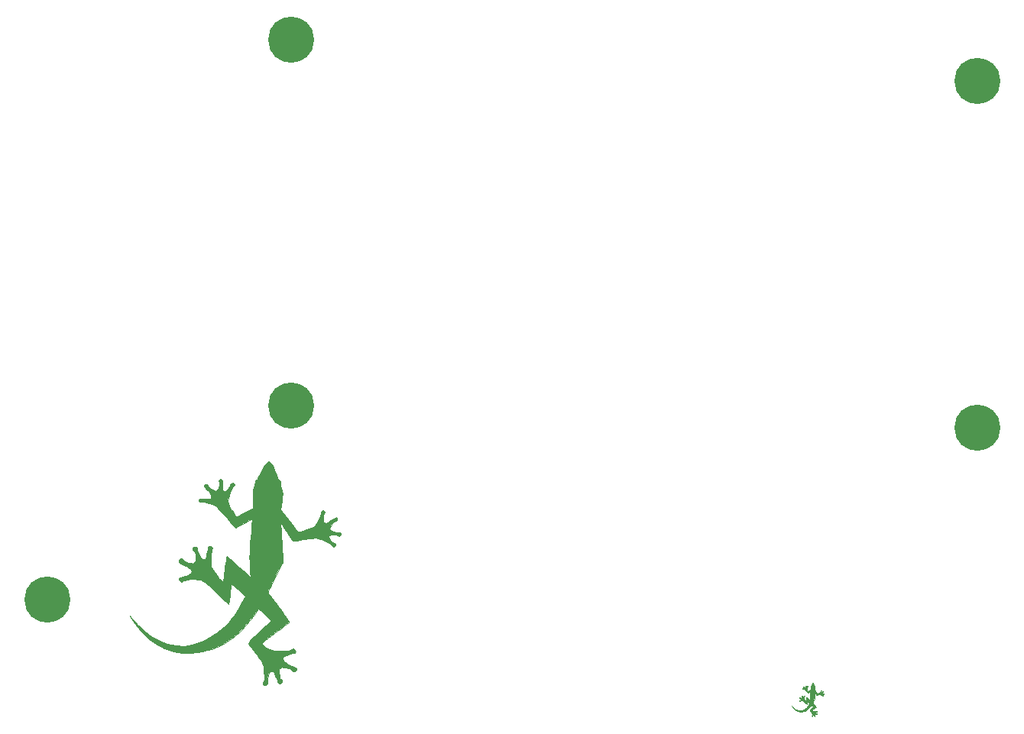
<source format=gts>
G04 #@! TF.GenerationSoftware,KiCad,Pcbnew,(6.0.11-0)*
G04 #@! TF.CreationDate,2023-05-27T14:14:42+01:00*
G04 #@! TF.ProjectId,SofleKeyboardBottomPlate,536f666c-654b-4657-9962-6f617264426f,rev?*
G04 #@! TF.SameCoordinates,Original*
G04 #@! TF.FileFunction,Soldermask,Top*
G04 #@! TF.FilePolarity,Negative*
%FSLAX46Y46*%
G04 Gerber Fmt 4.6, Leading zero omitted, Abs format (unit mm)*
G04 Created by KiCad (PCBNEW (6.0.11-0)) date 2023-05-27 14:14:42*
%MOMM*%
%LPD*%
G01*
G04 APERTURE LIST*
%ADD10C,0.010000*%
%ADD11C,5.100000*%
G04 APERTURE END LIST*
G36*
X188561318Y-128964032D02*
G01*
X188589566Y-129008878D01*
X188620606Y-129078368D01*
X188634278Y-129113363D01*
X188656844Y-129169544D01*
X188677741Y-129215842D01*
X188694739Y-129247691D01*
X188705612Y-129260526D01*
X188706125Y-129260595D01*
X188717513Y-129272147D01*
X188721992Y-129303160D01*
X188722000Y-129304792D01*
X188726997Y-129346612D01*
X188739270Y-129391809D01*
X188741708Y-129398243D01*
X188750080Y-129422436D01*
X188754426Y-129447074D01*
X188754778Y-129478171D01*
X188751165Y-129521743D01*
X188743616Y-129583805D01*
X188742658Y-129591171D01*
X188723898Y-129734841D01*
X188864872Y-129919995D01*
X188909855Y-129979074D01*
X188949325Y-130030909D01*
X188980787Y-130072224D01*
X189001748Y-130099744D01*
X189009674Y-130110143D01*
X189023704Y-130110137D01*
X189055604Y-130103278D01*
X189099384Y-130091427D01*
X189149058Y-130076447D01*
X189198637Y-130060200D01*
X189242132Y-130044549D01*
X189273556Y-130031356D01*
X189285376Y-130024398D01*
X189306102Y-129998792D01*
X189330849Y-129957920D01*
X189355846Y-129909484D01*
X189377324Y-129861187D01*
X189391511Y-129820730D01*
X189395100Y-129800268D01*
X189403261Y-129771887D01*
X189422639Y-129758151D01*
X189445574Y-129763704D01*
X189449610Y-129767230D01*
X189457711Y-129785419D01*
X189448756Y-129806844D01*
X189439490Y-129834125D01*
X189433922Y-129874532D01*
X189433200Y-129894571D01*
X189436946Y-129938386D01*
X189449701Y-129962353D01*
X189473732Y-129966956D01*
X189511311Y-129952678D01*
X189561845Y-129921918D01*
X189606550Y-129892694D01*
X189635006Y-129876692D01*
X189651757Y-129872548D01*
X189661347Y-129878898D01*
X189666832Y-129890396D01*
X189668613Y-129918223D01*
X189649343Y-129932436D01*
X189636717Y-129933700D01*
X189614223Y-129943822D01*
X189586807Y-129969034D01*
X189560696Y-130001604D01*
X189542118Y-130033800D01*
X189537172Y-130057289D01*
X189550575Y-130075955D01*
X189578790Y-130096072D01*
X189613392Y-130113490D01*
X189645955Y-130124061D01*
X189668055Y-130123635D01*
X189669715Y-130122560D01*
X189691588Y-130116743D01*
X189714269Y-130124223D01*
X189725097Y-130140685D01*
X189725105Y-130141433D01*
X189716737Y-130171269D01*
X189695707Y-130181722D01*
X189676950Y-130176311D01*
X189644941Y-130166136D01*
X189604157Y-130161960D01*
X189563043Y-130163474D01*
X189530045Y-130170373D01*
X189513648Y-130182245D01*
X189517824Y-130201525D01*
X189535994Y-130229735D01*
X189562145Y-130260156D01*
X189590265Y-130286069D01*
X189614341Y-130300755D01*
X189620810Y-130302000D01*
X189633501Y-130310785D01*
X189633970Y-130330531D01*
X189624464Y-130351321D01*
X189607228Y-130363239D01*
X189606924Y-130363299D01*
X189584724Y-130357040D01*
X189577287Y-130342805D01*
X189563162Y-130326503D01*
X189531302Y-130304374D01*
X189487773Y-130279464D01*
X189438638Y-130254819D01*
X189389963Y-130233484D01*
X189347813Y-130218507D01*
X189318696Y-130212933D01*
X189295049Y-130214720D01*
X189251811Y-130219741D01*
X189194485Y-130227294D01*
X189128573Y-130236677D01*
X189105794Y-130240069D01*
X189041186Y-130249436D01*
X188986188Y-130256728D01*
X188945344Y-130261395D01*
X188923198Y-130262888D01*
X188920582Y-130262461D01*
X188912850Y-130250453D01*
X188894297Y-130220898D01*
X188867459Y-130177852D01*
X188834868Y-130125373D01*
X188824033Y-130107887D01*
X188790281Y-130054209D01*
X188761348Y-130009739D01*
X188739750Y-129978227D01*
X188728004Y-129963425D01*
X188726718Y-129962847D01*
X188726221Y-129976252D01*
X188727225Y-130011575D01*
X188729569Y-130065393D01*
X188733092Y-130134278D01*
X188737630Y-130214805D01*
X188742195Y-130290310D01*
X188762293Y-130613150D01*
X188634235Y-130858899D01*
X188597146Y-130931453D01*
X188565074Y-130996857D01*
X188539605Y-131051654D01*
X188522321Y-131092389D01*
X188514808Y-131115605D01*
X188514914Y-131119249D01*
X188524650Y-131133371D01*
X188547103Y-131164880D01*
X188580019Y-131210643D01*
X188621142Y-131267531D01*
X188668217Y-131332410D01*
X188692930Y-131366386D01*
X188741738Y-131433707D01*
X188785293Y-131494305D01*
X188821431Y-131545125D01*
X188847987Y-131583114D01*
X188862797Y-131605217D01*
X188865128Y-131609381D01*
X188856186Y-131619580D01*
X188829520Y-131642363D01*
X188788007Y-131675460D01*
X188734525Y-131716601D01*
X188671953Y-131763513D01*
X188639450Y-131787476D01*
X188573158Y-131836368D01*
X188514118Y-131880442D01*
X188465304Y-131917436D01*
X188429686Y-131945088D01*
X188410237Y-131961136D01*
X188407524Y-131964032D01*
X188414771Y-131977292D01*
X188438480Y-131998562D01*
X188472775Y-132023763D01*
X188511777Y-132048821D01*
X188549608Y-132069657D01*
X188575950Y-132080839D01*
X188621836Y-132089922D01*
X188687894Y-132094321D01*
X188753750Y-132094175D01*
X188814907Y-132091721D01*
X188856276Y-132087641D01*
X188883462Y-132080895D01*
X188902070Y-132070443D01*
X188907715Y-132065604D01*
X188928302Y-132049050D01*
X188942568Y-132050003D01*
X188956071Y-132061885D01*
X188970095Y-132085517D01*
X188970380Y-132101726D01*
X188964043Y-132121187D01*
X188963300Y-132125488D01*
X188952231Y-132129205D01*
X188925531Y-132130798D01*
X188924777Y-132130800D01*
X188891477Y-132136577D01*
X188848350Y-132151359D01*
X188822393Y-132163161D01*
X188785523Y-132183540D01*
X188767043Y-132200044D01*
X188761813Y-132218357D01*
X188762490Y-132229379D01*
X188770655Y-132252615D01*
X188792454Y-132274699D01*
X188832752Y-132300414D01*
X188837498Y-132303095D01*
X188880395Y-132325607D01*
X188919172Y-132343330D01*
X188940872Y-132351067D01*
X188971086Y-132367217D01*
X188983480Y-132391960D01*
X188974664Y-132418159D01*
X188949736Y-132433852D01*
X188923588Y-132431340D01*
X188906604Y-132411630D01*
X188906580Y-132411557D01*
X188894439Y-132395989D01*
X188866234Y-132383518D01*
X188817350Y-132372119D01*
X188816189Y-132371899D01*
X188771200Y-132364096D01*
X188744146Y-132362285D01*
X188728149Y-132367023D01*
X188716334Y-132378867D01*
X188715418Y-132380067D01*
X188703412Y-132399540D01*
X188698086Y-132421828D01*
X188698776Y-132454397D01*
X188704529Y-132502609D01*
X188713705Y-132543200D01*
X188728434Y-132563337D01*
X188736307Y-132566700D01*
X188752654Y-132576329D01*
X188751173Y-132597066D01*
X188749220Y-132602693D01*
X188730518Y-132629723D01*
X188706584Y-132637086D01*
X188685108Y-132624570D01*
X188675858Y-132604699D01*
X188665533Y-132572443D01*
X188648996Y-132529388D01*
X188638199Y-132503925D01*
X188616494Y-132462148D01*
X188595400Y-132439869D01*
X188576907Y-132432674D01*
X188558938Y-132431182D01*
X188546424Y-132438440D01*
X188535552Y-132459456D01*
X188522509Y-132499235D01*
X188520077Y-132507305D01*
X188508515Y-132553116D01*
X188502396Y-132592470D01*
X188502781Y-132614780D01*
X188500636Y-132642634D01*
X188482993Y-132659417D01*
X188458441Y-132662110D01*
X188435573Y-132647697D01*
X188430613Y-132640133D01*
X188425358Y-132615782D01*
X188437852Y-132599370D01*
X188446811Y-132588222D01*
X188451885Y-132569795D01*
X188453451Y-132539159D01*
X188451886Y-132491383D01*
X188449369Y-132448811D01*
X188445863Y-132398646D01*
X188441217Y-132358358D01*
X188433348Y-132323756D01*
X188420173Y-132290648D01*
X188399611Y-132254843D01*
X188369578Y-132212149D01*
X188327991Y-132158374D01*
X188272767Y-132089327D01*
X188267478Y-132082744D01*
X188235793Y-132044556D01*
X188211581Y-132015072D01*
X188196060Y-131991175D01*
X188190445Y-131969746D01*
X188195952Y-131947667D01*
X188213798Y-131921818D01*
X188245198Y-131889081D01*
X188291368Y-131846338D01*
X188353525Y-131790471D01*
X188396648Y-131751490D01*
X188572946Y-131591215D01*
X188467883Y-131492707D01*
X188425446Y-131453541D01*
X188389790Y-131421801D01*
X188364922Y-131400976D01*
X188355084Y-131394448D01*
X188345540Y-131404630D01*
X188325898Y-131431920D01*
X188299327Y-131471764D01*
X188277966Y-131505224D01*
X188218908Y-131588294D01*
X188144258Y-131676610D01*
X188060686Y-131763183D01*
X187974860Y-131841026D01*
X187907314Y-131893560D01*
X187837594Y-131937960D01*
X187754176Y-131983371D01*
X187665621Y-132025697D01*
X187580488Y-132060837D01*
X187509150Y-132084214D01*
X187423402Y-132102799D01*
X187326572Y-132116921D01*
X187228518Y-132125588D01*
X187139103Y-132127808D01*
X187095867Y-132125816D01*
X186943972Y-132100813D01*
X186797418Y-132052030D01*
X186658297Y-131980877D01*
X186528702Y-131888765D01*
X186410724Y-131777106D01*
X186306454Y-131647309D01*
X186246483Y-131552950D01*
X186217210Y-131502150D01*
X186252446Y-131546600D01*
X186295444Y-131596400D01*
X186350761Y-131654071D01*
X186412775Y-131714340D01*
X186475862Y-131771931D01*
X186534399Y-131821569D01*
X186582763Y-131857981D01*
X186588400Y-131861721D01*
X186714824Y-131930651D01*
X186847971Y-131978911D01*
X186984051Y-132005852D01*
X187119274Y-132010823D01*
X187249851Y-131993173D01*
X187290955Y-131982369D01*
X187370725Y-131953860D01*
X187460993Y-131913771D01*
X187552584Y-131866592D01*
X187636325Y-131816812D01*
X187656337Y-131803550D01*
X187724796Y-131753689D01*
X187786117Y-131701145D01*
X187843341Y-131642288D01*
X187899512Y-131573490D01*
X187957670Y-131491122D01*
X188020859Y-131391556D01*
X188068154Y-131312344D01*
X188142200Y-131186039D01*
X188022525Y-131074936D01*
X187977749Y-131034694D01*
X187940051Y-131003325D01*
X187912951Y-130983572D01*
X187899967Y-130978175D01*
X187899388Y-130978991D01*
X187896936Y-130996795D01*
X187892714Y-131034592D01*
X187887284Y-131087084D01*
X187881212Y-131148971D01*
X187880338Y-131158129D01*
X187864750Y-131322109D01*
X187660948Y-131125576D01*
X187591935Y-131059500D01*
X187537894Y-131009121D01*
X187495920Y-130972089D01*
X187463107Y-130946058D01*
X187436550Y-130928680D01*
X187413343Y-130917608D01*
X187396751Y-130912132D01*
X187351100Y-130904084D01*
X187294559Y-130900868D01*
X187234141Y-130902064D01*
X187176857Y-130907253D01*
X187129719Y-130916016D01*
X187099737Y-130927934D01*
X187097069Y-130930043D01*
X187076436Y-130942646D01*
X187055959Y-130935093D01*
X187052856Y-130932883D01*
X187035131Y-130908751D01*
X187037941Y-130884377D01*
X187058741Y-130868520D01*
X187072151Y-130866509D01*
X187102008Y-130861155D01*
X187142243Y-130848243D01*
X187184479Y-130831207D01*
X187220340Y-130813477D01*
X187241451Y-130798486D01*
X187242921Y-130796536D01*
X187248294Y-130766468D01*
X187228513Y-130734683D01*
X187183754Y-130701400D01*
X187157154Y-130686828D01*
X187113867Y-130665441D01*
X187077190Y-130648466D01*
X187055125Y-130639602D01*
X187036911Y-130623337D01*
X187034380Y-130596868D01*
X187048140Y-130571239D01*
X187073798Y-130556845D01*
X187094716Y-130565471D01*
X187102285Y-130579935D01*
X187117965Y-130597818D01*
X187154654Y-130614069D01*
X187188866Y-130623859D01*
X187232206Y-130634226D01*
X187258495Y-130637600D01*
X187275190Y-130633658D01*
X187289749Y-130622075D01*
X187292523Y-130619347D01*
X187309271Y-130587710D01*
X187315718Y-130543250D01*
X187312215Y-130496065D01*
X187299112Y-130456249D01*
X187286287Y-130439664D01*
X187264269Y-130410124D01*
X187266407Y-130381306D01*
X187275270Y-130369509D01*
X187297803Y-130360544D01*
X187322280Y-130366461D01*
X187336943Y-130383549D01*
X187337698Y-130389206D01*
X187342561Y-130410947D01*
X187355284Y-130447628D01*
X187372274Y-130489325D01*
X187392313Y-130532297D01*
X187408211Y-130556435D01*
X187424327Y-130566838D01*
X187440115Y-130568700D01*
X187459407Y-130566006D01*
X187473029Y-130554183D01*
X187485163Y-130527615D01*
X187496165Y-130493438D01*
X187507289Y-130448956D01*
X187512745Y-130410878D01*
X187512022Y-130391672D01*
X187514827Y-130364694D01*
X187533511Y-130348385D01*
X187559304Y-130347270D01*
X187577058Y-130358115D01*
X187590503Y-130378616D01*
X187583508Y-130401045D01*
X187581926Y-130403632D01*
X187573985Y-130430301D01*
X187568677Y-130478609D01*
X187566369Y-130544894D01*
X187566300Y-130560131D01*
X187566300Y-130691608D01*
X187664458Y-130827758D01*
X187700263Y-130877889D01*
X187727070Y-130913877D01*
X187746623Y-130934241D01*
X187760662Y-130937498D01*
X187770930Y-130922168D01*
X187779169Y-130886767D01*
X187787120Y-130829814D01*
X187796526Y-130749826D01*
X187801023Y-130711575D01*
X187809427Y-130644901D01*
X187817476Y-130588172D01*
X187824487Y-130545697D01*
X187829776Y-130521783D01*
X187831708Y-130518104D01*
X187843028Y-130526297D01*
X187870170Y-130549038D01*
X187910184Y-130583761D01*
X187960122Y-130627903D01*
X188017035Y-130678897D01*
X188028815Y-130689530D01*
X188086385Y-130741288D01*
X188137192Y-130786453D01*
X188178381Y-130822530D01*
X188207097Y-130847023D01*
X188220485Y-130857436D01*
X188221083Y-130857601D01*
X188221331Y-130844505D01*
X188220091Y-130810703D01*
X188217581Y-130760832D01*
X188214018Y-130699527D01*
X188212589Y-130676650D01*
X188209029Y-130608195D01*
X188207622Y-130543160D01*
X188208542Y-130475824D01*
X188211965Y-130400471D01*
X188218064Y-130311382D01*
X188227016Y-130202839D01*
X188227101Y-130201862D01*
X188234220Y-130117940D01*
X188240255Y-130042878D01*
X188244948Y-129980233D01*
X188248040Y-129933560D01*
X188249273Y-129906417D01*
X188248988Y-129900954D01*
X188237089Y-129905274D01*
X188207466Y-129919906D01*
X188164473Y-129942606D01*
X188112465Y-129971130D01*
X188107917Y-129973667D01*
X188055449Y-130002523D01*
X188011725Y-130025695D01*
X187981069Y-130040956D01*
X187967803Y-130046078D01*
X187967616Y-130045975D01*
X187947327Y-130020222D01*
X187915400Y-129982131D01*
X187875149Y-129935416D01*
X187829886Y-129883791D01*
X187782926Y-129830970D01*
X187737580Y-129780667D01*
X187697163Y-129736596D01*
X187664988Y-129702470D01*
X187644367Y-129682004D01*
X187639372Y-129678026D01*
X187596066Y-129658180D01*
X187545672Y-129640003D01*
X187495080Y-129625384D01*
X187451179Y-129616210D01*
X187420857Y-129614370D01*
X187413858Y-129616222D01*
X187388879Y-129618383D01*
X187370010Y-129603098D01*
X187365677Y-129578218D01*
X187367276Y-129572834D01*
X187376239Y-129563451D01*
X187397184Y-129559194D01*
X187435167Y-129559504D01*
X187468374Y-129561660D01*
X187516577Y-129564864D01*
X187545295Y-129564548D01*
X187560347Y-129559407D01*
X187567553Y-129548136D01*
X187570294Y-129538797D01*
X187571213Y-129510641D01*
X187557785Y-129479205D01*
X187527631Y-129440287D01*
X187495306Y-129406352D01*
X187466490Y-129370940D01*
X187457746Y-129343914D01*
X187469240Y-129327707D01*
X187489701Y-129324100D01*
X187511406Y-129332952D01*
X187515522Y-129346325D01*
X187526272Y-129367368D01*
X187553191Y-129391479D01*
X187588337Y-129413735D01*
X187623765Y-129429215D01*
X187651536Y-129433000D01*
X187654327Y-129432326D01*
X187674459Y-129414677D01*
X187691788Y-129381074D01*
X187703375Y-129340960D01*
X187706278Y-129303780D01*
X187700775Y-129283141D01*
X187694760Y-129258657D01*
X187702289Y-129246530D01*
X187725176Y-129236958D01*
X187745915Y-129246782D01*
X187755483Y-129270944D01*
X187755337Y-129276273D01*
X187754253Y-129305843D01*
X187754328Y-129348178D01*
X187754824Y-129370243D01*
X187757924Y-129410675D01*
X187765669Y-129432301D01*
X187780455Y-129441617D01*
X187781233Y-129441826D01*
X187803788Y-129436149D01*
X187831993Y-129413866D01*
X187860127Y-129381085D01*
X187882466Y-129343913D01*
X187889435Y-129326350D01*
X187904931Y-129303779D01*
X187926036Y-129301134D01*
X187949453Y-129312634D01*
X187957321Y-129332096D01*
X187947543Y-129350056D01*
X187937930Y-129354792D01*
X187923385Y-129369956D01*
X187905517Y-129403496D01*
X187886629Y-129449017D01*
X187869025Y-129500127D01*
X187855009Y-129550432D01*
X187846885Y-129593538D01*
X187845752Y-129610606D01*
X187853653Y-129642520D01*
X187876229Y-129690604D01*
X187911888Y-129751517D01*
X187916230Y-129758371D01*
X187986655Y-129868792D01*
X188122552Y-129797703D01*
X188176038Y-129769472D01*
X188221262Y-129745129D01*
X188253464Y-129727270D01*
X188267881Y-129718489D01*
X188267889Y-129718482D01*
X188270779Y-129703248D01*
X188271334Y-129668246D01*
X188269605Y-129618997D01*
X188266511Y-129571748D01*
X188262100Y-129507974D01*
X188260905Y-129463072D01*
X188263347Y-129430671D01*
X188269844Y-129404398D01*
X188279018Y-129381798D01*
X188293996Y-129339579D01*
X188302144Y-129298687D01*
X188302621Y-129290106D01*
X188308970Y-129256906D01*
X188322930Y-129245656D01*
X188336269Y-129232905D01*
X188356877Y-129201243D01*
X188382088Y-129155136D01*
X188405016Y-129108200D01*
X188443707Y-129030369D01*
X188477056Y-128977000D01*
X188506690Y-128948130D01*
X188534235Y-128943795D01*
X188561318Y-128964032D01*
G37*
D10*
X188561318Y-128964032D02*
X188589566Y-129008878D01*
X188620606Y-129078368D01*
X188634278Y-129113363D01*
X188656844Y-129169544D01*
X188677741Y-129215842D01*
X188694739Y-129247691D01*
X188705612Y-129260526D01*
X188706125Y-129260595D01*
X188717513Y-129272147D01*
X188721992Y-129303160D01*
X188722000Y-129304792D01*
X188726997Y-129346612D01*
X188739270Y-129391809D01*
X188741708Y-129398243D01*
X188750080Y-129422436D01*
X188754426Y-129447074D01*
X188754778Y-129478171D01*
X188751165Y-129521743D01*
X188743616Y-129583805D01*
X188742658Y-129591171D01*
X188723898Y-129734841D01*
X188864872Y-129919995D01*
X188909855Y-129979074D01*
X188949325Y-130030909D01*
X188980787Y-130072224D01*
X189001748Y-130099744D01*
X189009674Y-130110143D01*
X189023704Y-130110137D01*
X189055604Y-130103278D01*
X189099384Y-130091427D01*
X189149058Y-130076447D01*
X189198637Y-130060200D01*
X189242132Y-130044549D01*
X189273556Y-130031356D01*
X189285376Y-130024398D01*
X189306102Y-129998792D01*
X189330849Y-129957920D01*
X189355846Y-129909484D01*
X189377324Y-129861187D01*
X189391511Y-129820730D01*
X189395100Y-129800268D01*
X189403261Y-129771887D01*
X189422639Y-129758151D01*
X189445574Y-129763704D01*
X189449610Y-129767230D01*
X189457711Y-129785419D01*
X189448756Y-129806844D01*
X189439490Y-129834125D01*
X189433922Y-129874532D01*
X189433200Y-129894571D01*
X189436946Y-129938386D01*
X189449701Y-129962353D01*
X189473732Y-129966956D01*
X189511311Y-129952678D01*
X189561845Y-129921918D01*
X189606550Y-129892694D01*
X189635006Y-129876692D01*
X189651757Y-129872548D01*
X189661347Y-129878898D01*
X189666832Y-129890396D01*
X189668613Y-129918223D01*
X189649343Y-129932436D01*
X189636717Y-129933700D01*
X189614223Y-129943822D01*
X189586807Y-129969034D01*
X189560696Y-130001604D01*
X189542118Y-130033800D01*
X189537172Y-130057289D01*
X189550575Y-130075955D01*
X189578790Y-130096072D01*
X189613392Y-130113490D01*
X189645955Y-130124061D01*
X189668055Y-130123635D01*
X189669715Y-130122560D01*
X189691588Y-130116743D01*
X189714269Y-130124223D01*
X189725097Y-130140685D01*
X189725105Y-130141433D01*
X189716737Y-130171269D01*
X189695707Y-130181722D01*
X189676950Y-130176311D01*
X189644941Y-130166136D01*
X189604157Y-130161960D01*
X189563043Y-130163474D01*
X189530045Y-130170373D01*
X189513648Y-130182245D01*
X189517824Y-130201525D01*
X189535994Y-130229735D01*
X189562145Y-130260156D01*
X189590265Y-130286069D01*
X189614341Y-130300755D01*
X189620810Y-130302000D01*
X189633501Y-130310785D01*
X189633970Y-130330531D01*
X189624464Y-130351321D01*
X189607228Y-130363239D01*
X189606924Y-130363299D01*
X189584724Y-130357040D01*
X189577287Y-130342805D01*
X189563162Y-130326503D01*
X189531302Y-130304374D01*
X189487773Y-130279464D01*
X189438638Y-130254819D01*
X189389963Y-130233484D01*
X189347813Y-130218507D01*
X189318696Y-130212933D01*
X189295049Y-130214720D01*
X189251811Y-130219741D01*
X189194485Y-130227294D01*
X189128573Y-130236677D01*
X189105794Y-130240069D01*
X189041186Y-130249436D01*
X188986188Y-130256728D01*
X188945344Y-130261395D01*
X188923198Y-130262888D01*
X188920582Y-130262461D01*
X188912850Y-130250453D01*
X188894297Y-130220898D01*
X188867459Y-130177852D01*
X188834868Y-130125373D01*
X188824033Y-130107887D01*
X188790281Y-130054209D01*
X188761348Y-130009739D01*
X188739750Y-129978227D01*
X188728004Y-129963425D01*
X188726718Y-129962847D01*
X188726221Y-129976252D01*
X188727225Y-130011575D01*
X188729569Y-130065393D01*
X188733092Y-130134278D01*
X188737630Y-130214805D01*
X188742195Y-130290310D01*
X188762293Y-130613150D01*
X188634235Y-130858899D01*
X188597146Y-130931453D01*
X188565074Y-130996857D01*
X188539605Y-131051654D01*
X188522321Y-131092389D01*
X188514808Y-131115605D01*
X188514914Y-131119249D01*
X188524650Y-131133371D01*
X188547103Y-131164880D01*
X188580019Y-131210643D01*
X188621142Y-131267531D01*
X188668217Y-131332410D01*
X188692930Y-131366386D01*
X188741738Y-131433707D01*
X188785293Y-131494305D01*
X188821431Y-131545125D01*
X188847987Y-131583114D01*
X188862797Y-131605217D01*
X188865128Y-131609381D01*
X188856186Y-131619580D01*
X188829520Y-131642363D01*
X188788007Y-131675460D01*
X188734525Y-131716601D01*
X188671953Y-131763513D01*
X188639450Y-131787476D01*
X188573158Y-131836368D01*
X188514118Y-131880442D01*
X188465304Y-131917436D01*
X188429686Y-131945088D01*
X188410237Y-131961136D01*
X188407524Y-131964032D01*
X188414771Y-131977292D01*
X188438480Y-131998562D01*
X188472775Y-132023763D01*
X188511777Y-132048821D01*
X188549608Y-132069657D01*
X188575950Y-132080839D01*
X188621836Y-132089922D01*
X188687894Y-132094321D01*
X188753750Y-132094175D01*
X188814907Y-132091721D01*
X188856276Y-132087641D01*
X188883462Y-132080895D01*
X188902070Y-132070443D01*
X188907715Y-132065604D01*
X188928302Y-132049050D01*
X188942568Y-132050003D01*
X188956071Y-132061885D01*
X188970095Y-132085517D01*
X188970380Y-132101726D01*
X188964043Y-132121187D01*
X188963300Y-132125488D01*
X188952231Y-132129205D01*
X188925531Y-132130798D01*
X188924777Y-132130800D01*
X188891477Y-132136577D01*
X188848350Y-132151359D01*
X188822393Y-132163161D01*
X188785523Y-132183540D01*
X188767043Y-132200044D01*
X188761813Y-132218357D01*
X188762490Y-132229379D01*
X188770655Y-132252615D01*
X188792454Y-132274699D01*
X188832752Y-132300414D01*
X188837498Y-132303095D01*
X188880395Y-132325607D01*
X188919172Y-132343330D01*
X188940872Y-132351067D01*
X188971086Y-132367217D01*
X188983480Y-132391960D01*
X188974664Y-132418159D01*
X188949736Y-132433852D01*
X188923588Y-132431340D01*
X188906604Y-132411630D01*
X188906580Y-132411557D01*
X188894439Y-132395989D01*
X188866234Y-132383518D01*
X188817350Y-132372119D01*
X188816189Y-132371899D01*
X188771200Y-132364096D01*
X188744146Y-132362285D01*
X188728149Y-132367023D01*
X188716334Y-132378867D01*
X188715418Y-132380067D01*
X188703412Y-132399540D01*
X188698086Y-132421828D01*
X188698776Y-132454397D01*
X188704529Y-132502609D01*
X188713705Y-132543200D01*
X188728434Y-132563337D01*
X188736307Y-132566700D01*
X188752654Y-132576329D01*
X188751173Y-132597066D01*
X188749220Y-132602693D01*
X188730518Y-132629723D01*
X188706584Y-132637086D01*
X188685108Y-132624570D01*
X188675858Y-132604699D01*
X188665533Y-132572443D01*
X188648996Y-132529388D01*
X188638199Y-132503925D01*
X188616494Y-132462148D01*
X188595400Y-132439869D01*
X188576907Y-132432674D01*
X188558938Y-132431182D01*
X188546424Y-132438440D01*
X188535552Y-132459456D01*
X188522509Y-132499235D01*
X188520077Y-132507305D01*
X188508515Y-132553116D01*
X188502396Y-132592470D01*
X188502781Y-132614780D01*
X188500636Y-132642634D01*
X188482993Y-132659417D01*
X188458441Y-132662110D01*
X188435573Y-132647697D01*
X188430613Y-132640133D01*
X188425358Y-132615782D01*
X188437852Y-132599370D01*
X188446811Y-132588222D01*
X188451885Y-132569795D01*
X188453451Y-132539159D01*
X188451886Y-132491383D01*
X188449369Y-132448811D01*
X188445863Y-132398646D01*
X188441217Y-132358358D01*
X188433348Y-132323756D01*
X188420173Y-132290648D01*
X188399611Y-132254843D01*
X188369578Y-132212149D01*
X188327991Y-132158374D01*
X188272767Y-132089327D01*
X188267478Y-132082744D01*
X188235793Y-132044556D01*
X188211581Y-132015072D01*
X188196060Y-131991175D01*
X188190445Y-131969746D01*
X188195952Y-131947667D01*
X188213798Y-131921818D01*
X188245198Y-131889081D01*
X188291368Y-131846338D01*
X188353525Y-131790471D01*
X188396648Y-131751490D01*
X188572946Y-131591215D01*
X188467883Y-131492707D01*
X188425446Y-131453541D01*
X188389790Y-131421801D01*
X188364922Y-131400976D01*
X188355084Y-131394448D01*
X188345540Y-131404630D01*
X188325898Y-131431920D01*
X188299327Y-131471764D01*
X188277966Y-131505224D01*
X188218908Y-131588294D01*
X188144258Y-131676610D01*
X188060686Y-131763183D01*
X187974860Y-131841026D01*
X187907314Y-131893560D01*
X187837594Y-131937960D01*
X187754176Y-131983371D01*
X187665621Y-132025697D01*
X187580488Y-132060837D01*
X187509150Y-132084214D01*
X187423402Y-132102799D01*
X187326572Y-132116921D01*
X187228518Y-132125588D01*
X187139103Y-132127808D01*
X187095867Y-132125816D01*
X186943972Y-132100813D01*
X186797418Y-132052030D01*
X186658297Y-131980877D01*
X186528702Y-131888765D01*
X186410724Y-131777106D01*
X186306454Y-131647309D01*
X186246483Y-131552950D01*
X186217210Y-131502150D01*
X186252446Y-131546600D01*
X186295444Y-131596400D01*
X186350761Y-131654071D01*
X186412775Y-131714340D01*
X186475862Y-131771931D01*
X186534399Y-131821569D01*
X186582763Y-131857981D01*
X186588400Y-131861721D01*
X186714824Y-131930651D01*
X186847971Y-131978911D01*
X186984051Y-132005852D01*
X187119274Y-132010823D01*
X187249851Y-131993173D01*
X187290955Y-131982369D01*
X187370725Y-131953860D01*
X187460993Y-131913771D01*
X187552584Y-131866592D01*
X187636325Y-131816812D01*
X187656337Y-131803550D01*
X187724796Y-131753689D01*
X187786117Y-131701145D01*
X187843341Y-131642288D01*
X187899512Y-131573490D01*
X187957670Y-131491122D01*
X188020859Y-131391556D01*
X188068154Y-131312344D01*
X188142200Y-131186039D01*
X188022525Y-131074936D01*
X187977749Y-131034694D01*
X187940051Y-131003325D01*
X187912951Y-130983572D01*
X187899967Y-130978175D01*
X187899388Y-130978991D01*
X187896936Y-130996795D01*
X187892714Y-131034592D01*
X187887284Y-131087084D01*
X187881212Y-131148971D01*
X187880338Y-131158129D01*
X187864750Y-131322109D01*
X187660948Y-131125576D01*
X187591935Y-131059500D01*
X187537894Y-131009121D01*
X187495920Y-130972089D01*
X187463107Y-130946058D01*
X187436550Y-130928680D01*
X187413343Y-130917608D01*
X187396751Y-130912132D01*
X187351100Y-130904084D01*
X187294559Y-130900868D01*
X187234141Y-130902064D01*
X187176857Y-130907253D01*
X187129719Y-130916016D01*
X187099737Y-130927934D01*
X187097069Y-130930043D01*
X187076436Y-130942646D01*
X187055959Y-130935093D01*
X187052856Y-130932883D01*
X187035131Y-130908751D01*
X187037941Y-130884377D01*
X187058741Y-130868520D01*
X187072151Y-130866509D01*
X187102008Y-130861155D01*
X187142243Y-130848243D01*
X187184479Y-130831207D01*
X187220340Y-130813477D01*
X187241451Y-130798486D01*
X187242921Y-130796536D01*
X187248294Y-130766468D01*
X187228513Y-130734683D01*
X187183754Y-130701400D01*
X187157154Y-130686828D01*
X187113867Y-130665441D01*
X187077190Y-130648466D01*
X187055125Y-130639602D01*
X187036911Y-130623337D01*
X187034380Y-130596868D01*
X187048140Y-130571239D01*
X187073798Y-130556845D01*
X187094716Y-130565471D01*
X187102285Y-130579935D01*
X187117965Y-130597818D01*
X187154654Y-130614069D01*
X187188866Y-130623859D01*
X187232206Y-130634226D01*
X187258495Y-130637600D01*
X187275190Y-130633658D01*
X187289749Y-130622075D01*
X187292523Y-130619347D01*
X187309271Y-130587710D01*
X187315718Y-130543250D01*
X187312215Y-130496065D01*
X187299112Y-130456249D01*
X187286287Y-130439664D01*
X187264269Y-130410124D01*
X187266407Y-130381306D01*
X187275270Y-130369509D01*
X187297803Y-130360544D01*
X187322280Y-130366461D01*
X187336943Y-130383549D01*
X187337698Y-130389206D01*
X187342561Y-130410947D01*
X187355284Y-130447628D01*
X187372274Y-130489325D01*
X187392313Y-130532297D01*
X187408211Y-130556435D01*
X187424327Y-130566838D01*
X187440115Y-130568700D01*
X187459407Y-130566006D01*
X187473029Y-130554183D01*
X187485163Y-130527615D01*
X187496165Y-130493438D01*
X187507289Y-130448956D01*
X187512745Y-130410878D01*
X187512022Y-130391672D01*
X187514827Y-130364694D01*
X187533511Y-130348385D01*
X187559304Y-130347270D01*
X187577058Y-130358115D01*
X187590503Y-130378616D01*
X187583508Y-130401045D01*
X187581926Y-130403632D01*
X187573985Y-130430301D01*
X187568677Y-130478609D01*
X187566369Y-130544894D01*
X187566300Y-130560131D01*
X187566300Y-130691608D01*
X187664458Y-130827758D01*
X187700263Y-130877889D01*
X187727070Y-130913877D01*
X187746623Y-130934241D01*
X187760662Y-130937498D01*
X187770930Y-130922168D01*
X187779169Y-130886767D01*
X187787120Y-130829814D01*
X187796526Y-130749826D01*
X187801023Y-130711575D01*
X187809427Y-130644901D01*
X187817476Y-130588172D01*
X187824487Y-130545697D01*
X187829776Y-130521783D01*
X187831708Y-130518104D01*
X187843028Y-130526297D01*
X187870170Y-130549038D01*
X187910184Y-130583761D01*
X187960122Y-130627903D01*
X188017035Y-130678897D01*
X188028815Y-130689530D01*
X188086385Y-130741288D01*
X188137192Y-130786453D01*
X188178381Y-130822530D01*
X188207097Y-130847023D01*
X188220485Y-130857436D01*
X188221083Y-130857601D01*
X188221331Y-130844505D01*
X188220091Y-130810703D01*
X188217581Y-130760832D01*
X188214018Y-130699527D01*
X188212589Y-130676650D01*
X188209029Y-130608195D01*
X188207622Y-130543160D01*
X188208542Y-130475824D01*
X188211965Y-130400471D01*
X188218064Y-130311382D01*
X188227016Y-130202839D01*
X188227101Y-130201862D01*
X188234220Y-130117940D01*
X188240255Y-130042878D01*
X188244948Y-129980233D01*
X188248040Y-129933560D01*
X188249273Y-129906417D01*
X188248988Y-129900954D01*
X188237089Y-129905274D01*
X188207466Y-129919906D01*
X188164473Y-129942606D01*
X188112465Y-129971130D01*
X188107917Y-129973667D01*
X188055449Y-130002523D01*
X188011725Y-130025695D01*
X187981069Y-130040956D01*
X187967803Y-130046078D01*
X187967616Y-130045975D01*
X187947327Y-130020222D01*
X187915400Y-129982131D01*
X187875149Y-129935416D01*
X187829886Y-129883791D01*
X187782926Y-129830970D01*
X187737580Y-129780667D01*
X187697163Y-129736596D01*
X187664988Y-129702470D01*
X187644367Y-129682004D01*
X187639372Y-129678026D01*
X187596066Y-129658180D01*
X187545672Y-129640003D01*
X187495080Y-129625384D01*
X187451179Y-129616210D01*
X187420857Y-129614370D01*
X187413858Y-129616222D01*
X187388879Y-129618383D01*
X187370010Y-129603098D01*
X187365677Y-129578218D01*
X187367276Y-129572834D01*
X187376239Y-129563451D01*
X187397184Y-129559194D01*
X187435167Y-129559504D01*
X187468374Y-129561660D01*
X187516577Y-129564864D01*
X187545295Y-129564548D01*
X187560347Y-129559407D01*
X187567553Y-129548136D01*
X187570294Y-129538797D01*
X187571213Y-129510641D01*
X187557785Y-129479205D01*
X187527631Y-129440287D01*
X187495306Y-129406352D01*
X187466490Y-129370940D01*
X187457746Y-129343914D01*
X187469240Y-129327707D01*
X187489701Y-129324100D01*
X187511406Y-129332952D01*
X187515522Y-129346325D01*
X187526272Y-129367368D01*
X187553191Y-129391479D01*
X187588337Y-129413735D01*
X187623765Y-129429215D01*
X187651536Y-129433000D01*
X187654327Y-129432326D01*
X187674459Y-129414677D01*
X187691788Y-129381074D01*
X187703375Y-129340960D01*
X187706278Y-129303780D01*
X187700775Y-129283141D01*
X187694760Y-129258657D01*
X187702289Y-129246530D01*
X187725176Y-129236958D01*
X187745915Y-129246782D01*
X187755483Y-129270944D01*
X187755337Y-129276273D01*
X187754253Y-129305843D01*
X187754328Y-129348178D01*
X187754824Y-129370243D01*
X187757924Y-129410675D01*
X187765669Y-129432301D01*
X187780455Y-129441617D01*
X187781233Y-129441826D01*
X187803788Y-129436149D01*
X187831993Y-129413866D01*
X187860127Y-129381085D01*
X187882466Y-129343913D01*
X187889435Y-129326350D01*
X187904931Y-129303779D01*
X187926036Y-129301134D01*
X187949453Y-129312634D01*
X187957321Y-129332096D01*
X187947543Y-129350056D01*
X187937930Y-129354792D01*
X187923385Y-129369956D01*
X187905517Y-129403496D01*
X187886629Y-129449017D01*
X187869025Y-129500127D01*
X187855009Y-129550432D01*
X187846885Y-129593538D01*
X187845752Y-129610606D01*
X187853653Y-129642520D01*
X187876229Y-129690604D01*
X187911888Y-129751517D01*
X187916230Y-129758371D01*
X187986655Y-129868792D01*
X188122552Y-129797703D01*
X188176038Y-129769472D01*
X188221262Y-129745129D01*
X188253464Y-129727270D01*
X188267881Y-129718489D01*
X188267889Y-129718482D01*
X188270779Y-129703248D01*
X188271334Y-129668246D01*
X188269605Y-129618997D01*
X188266511Y-129571748D01*
X188262100Y-129507974D01*
X188260905Y-129463072D01*
X188263347Y-129430671D01*
X188269844Y-129404398D01*
X188279018Y-129381798D01*
X188293996Y-129339579D01*
X188302144Y-129298687D01*
X188302621Y-129290106D01*
X188308970Y-129256906D01*
X188322930Y-129245656D01*
X188336269Y-129232905D01*
X188356877Y-129201243D01*
X188382088Y-129155136D01*
X188405016Y-129108200D01*
X188443707Y-129030369D01*
X188477056Y-128977000D01*
X188506690Y-128948130D01*
X188534235Y-128943795D01*
X188561318Y-128964032D01*
G36*
X128468792Y-104533552D02*
G01*
X128657112Y-104832520D01*
X128864044Y-105295790D01*
X128955193Y-105529092D01*
X129105632Y-105903629D01*
X129244941Y-106212282D01*
X129358265Y-106424612D01*
X129430751Y-106510178D01*
X129434167Y-106510637D01*
X129510092Y-106587649D01*
X129539949Y-106794407D01*
X129540000Y-106805287D01*
X129573317Y-107084085D01*
X129655135Y-107385398D01*
X129671393Y-107428290D01*
X129727201Y-107589575D01*
X129756179Y-107753827D01*
X129758526Y-107961145D01*
X129734438Y-108251626D01*
X129684113Y-108665369D01*
X129677722Y-108714475D01*
X129552658Y-109672276D01*
X130492483Y-110906638D01*
X130792372Y-111300499D01*
X131055504Y-111646062D01*
X131265253Y-111921494D01*
X131404992Y-112104961D01*
X131457831Y-112174288D01*
X131551364Y-112174250D01*
X131764027Y-112128521D01*
X132055899Y-112049515D01*
X132387058Y-111949649D01*
X132717583Y-111841338D01*
X133007553Y-111736998D01*
X133217046Y-111649045D01*
X133295840Y-111602658D01*
X133434014Y-111431949D01*
X133598994Y-111159470D01*
X133765645Y-110836566D01*
X133908830Y-110514584D01*
X134003412Y-110244869D01*
X134027334Y-110108457D01*
X134081743Y-109919248D01*
X134210929Y-109827678D01*
X134363831Y-109864694D01*
X134390738Y-109888204D01*
X134444745Y-110009464D01*
X134385047Y-110152298D01*
X134323269Y-110334171D01*
X134286150Y-110603548D01*
X134281334Y-110737146D01*
X134306313Y-111029241D01*
X134391342Y-111189024D01*
X134551553Y-111219712D01*
X134802079Y-111124522D01*
X135138968Y-110919458D01*
X135437005Y-110724629D01*
X135626712Y-110617950D01*
X135738384Y-110590324D01*
X135802316Y-110632656D01*
X135838883Y-110709307D01*
X135850757Y-110894820D01*
X135722293Y-110989579D01*
X135638118Y-110998000D01*
X135488157Y-111065482D01*
X135305381Y-111233564D01*
X135131308Y-111450698D01*
X135007456Y-111665339D01*
X134974483Y-111821933D01*
X135063837Y-111946372D01*
X135251938Y-112080482D01*
X135482617Y-112196602D01*
X135699706Y-112267074D01*
X135847038Y-112264236D01*
X135858102Y-112257069D01*
X136003923Y-112218289D01*
X136155131Y-112268154D01*
X136227317Y-112377904D01*
X136227370Y-112382892D01*
X136171584Y-112581799D01*
X136031384Y-112651483D01*
X135906334Y-112615408D01*
X135692943Y-112547579D01*
X135421049Y-112519736D01*
X135146957Y-112529832D01*
X134926973Y-112575821D01*
X134817659Y-112654973D01*
X134845497Y-112783506D01*
X134966628Y-112971572D01*
X135140968Y-113174379D01*
X135328434Y-113347131D01*
X135488942Y-113445036D01*
X135532072Y-113453334D01*
X135616678Y-113511904D01*
X135619805Y-113643544D01*
X135556428Y-113782145D01*
X135441522Y-113861599D01*
X135439499Y-113861999D01*
X135291494Y-113820269D01*
X135241916Y-113725371D01*
X135147751Y-113616690D01*
X134935353Y-113469162D01*
X134645155Y-113303095D01*
X134317590Y-113138794D01*
X133993091Y-112996566D01*
X133712090Y-112896719D01*
X133517977Y-112859556D01*
X133360327Y-112871470D01*
X133072074Y-112904941D01*
X132689900Y-112955294D01*
X132250492Y-113017853D01*
X132098629Y-113040463D01*
X131667910Y-113102911D01*
X131301258Y-113151524D01*
X131028964Y-113182638D01*
X130881322Y-113192591D01*
X130863881Y-113189740D01*
X130812335Y-113109692D01*
X130688652Y-112912657D01*
X130509727Y-112625683D01*
X130292458Y-112275822D01*
X130220223Y-112159251D01*
X129995213Y-111801400D01*
X129802323Y-111504928D01*
X129658334Y-111294848D01*
X129580027Y-111196171D01*
X129571460Y-111192318D01*
X129568142Y-111281681D01*
X129574837Y-111517173D01*
X129590465Y-111875956D01*
X129613947Y-112335190D01*
X129644204Y-112872034D01*
X129674635Y-113375401D01*
X129808626Y-115527667D01*
X128954901Y-117165997D01*
X128707641Y-117649688D01*
X128493833Y-118085714D01*
X128324036Y-118451031D01*
X128208813Y-118722597D01*
X128158722Y-118877370D01*
X128159431Y-118901664D01*
X128224335Y-118995813D01*
X128374025Y-119205870D01*
X128593465Y-119510960D01*
X128867619Y-119890208D01*
X129181450Y-120322739D01*
X129346202Y-120549242D01*
X129671588Y-120998048D01*
X129961956Y-121402034D01*
X130202876Y-121740838D01*
X130379918Y-121994098D01*
X130478652Y-122141451D01*
X130494192Y-122169213D01*
X130434578Y-122237200D01*
X130256802Y-122389089D01*
X129980049Y-122609738D01*
X129623506Y-122884007D01*
X129206359Y-123196755D01*
X128989667Y-123356513D01*
X128547721Y-123682454D01*
X128154126Y-123976281D01*
X127828695Y-124222910D01*
X127591242Y-124407258D01*
X127461582Y-124514241D01*
X127443499Y-124533548D01*
X127491808Y-124621953D01*
X127649871Y-124763749D01*
X127878502Y-124931759D01*
X128138515Y-125098807D01*
X128390726Y-125237718D01*
X128566334Y-125312264D01*
X128872245Y-125372817D01*
X129312633Y-125402141D01*
X129751667Y-125401172D01*
X130159381Y-125384809D01*
X130435175Y-125357608D01*
X130616416Y-125312635D01*
X130740471Y-125242956D01*
X130778106Y-125210696D01*
X130915348Y-125100340D01*
X131010458Y-125106690D01*
X131100475Y-125185903D01*
X131193970Y-125343449D01*
X131195869Y-125451508D01*
X131153626Y-125581251D01*
X131148667Y-125609925D01*
X131074880Y-125634702D01*
X130896877Y-125645327D01*
X130891852Y-125645334D01*
X130669851Y-125683847D01*
X130382339Y-125782397D01*
X130209288Y-125861077D01*
X129963488Y-125996939D01*
X129840292Y-126106966D01*
X129805425Y-126229048D01*
X129809936Y-126302532D01*
X129864373Y-126457435D01*
X130009696Y-126604660D01*
X130278351Y-126776095D01*
X130309987Y-126793969D01*
X130595973Y-126944049D01*
X130854482Y-127062203D01*
X130999148Y-127113783D01*
X131200576Y-127221449D01*
X131283204Y-127386402D01*
X131224427Y-127561065D01*
X131058243Y-127665684D01*
X130883925Y-127648936D01*
X130770694Y-127517535D01*
X130770540Y-127517053D01*
X130689600Y-127413265D01*
X130501563Y-127330123D01*
X130175668Y-127254131D01*
X130167930Y-127252666D01*
X129868003Y-127200645D01*
X129687642Y-127188569D01*
X129580999Y-127220156D01*
X129502228Y-127299119D01*
X129496122Y-127307114D01*
X129416084Y-127436938D01*
X129380577Y-127585522D01*
X129385177Y-127802647D01*
X129423532Y-128124063D01*
X129484702Y-128394672D01*
X129582900Y-128528914D01*
X129635385Y-128551335D01*
X129744364Y-128615531D01*
X129734491Y-128753776D01*
X129721470Y-128791289D01*
X129596793Y-128971490D01*
X129437230Y-129020574D01*
X129294055Y-128937138D01*
X129232390Y-128804663D01*
X129163558Y-128589624D01*
X129053307Y-128302588D01*
X128981332Y-128132838D01*
X128836632Y-127854322D01*
X128696003Y-127705797D01*
X128572720Y-127657832D01*
X128452927Y-127647882D01*
X128369496Y-127696272D01*
X128297014Y-127836375D01*
X128210065Y-128101568D01*
X128193853Y-128155367D01*
X128116769Y-128460774D01*
X128075975Y-128723137D01*
X128078542Y-128871873D01*
X128064244Y-129057563D01*
X127946621Y-129169447D01*
X127782945Y-129187405D01*
X127630487Y-129091316D01*
X127597425Y-129040891D01*
X127562392Y-128878553D01*
X127645683Y-128769135D01*
X127705412Y-128694815D01*
X127739239Y-128571973D01*
X127749678Y-128367733D01*
X127739244Y-128049225D01*
X127722465Y-127765411D01*
X127699090Y-127430975D01*
X127668115Y-127162389D01*
X127615655Y-126931708D01*
X127527826Y-126710990D01*
X127390743Y-126472288D01*
X127190520Y-126187660D01*
X126913274Y-125829161D01*
X126545118Y-125368847D01*
X126509860Y-125324966D01*
X126298623Y-125070376D01*
X126137213Y-124873819D01*
X126033738Y-124714506D01*
X125996304Y-124571646D01*
X126033018Y-124424448D01*
X126151989Y-124252123D01*
X126361321Y-124033879D01*
X126669124Y-123748926D01*
X127083503Y-123376474D01*
X127370989Y-123116605D01*
X128546311Y-122048104D01*
X127845888Y-121391385D01*
X127562975Y-121130276D01*
X127325272Y-120918676D01*
X127159480Y-120779842D01*
X127093899Y-120736326D01*
X127030270Y-120804205D01*
X126899322Y-120986134D01*
X126722183Y-121251767D01*
X126579776Y-121474828D01*
X126186054Y-122028633D01*
X125688388Y-122617403D01*
X125131240Y-123194557D01*
X124559071Y-123713513D01*
X124108762Y-124063740D01*
X123643961Y-124359737D01*
X123087846Y-124662480D01*
X122497479Y-124944647D01*
X121929923Y-125178915D01*
X121454334Y-125334765D01*
X120882685Y-125458661D01*
X120237149Y-125552809D01*
X119583460Y-125610592D01*
X118987354Y-125625393D01*
X118699118Y-125612109D01*
X117686482Y-125445423D01*
X116709456Y-125120201D01*
X115781985Y-124645848D01*
X114918017Y-124031771D01*
X114131495Y-123287374D01*
X113436366Y-122422064D01*
X113036556Y-121793000D01*
X112841405Y-121454334D01*
X113076311Y-121750667D01*
X113362962Y-122082669D01*
X113731745Y-122467146D01*
X114145171Y-122868936D01*
X114565752Y-123252875D01*
X114955999Y-123583799D01*
X115278425Y-123826544D01*
X115316000Y-123851478D01*
X116158831Y-124311008D01*
X117046477Y-124632745D01*
X117953675Y-124812352D01*
X118855162Y-124845491D01*
X119725677Y-124727822D01*
X119999700Y-124655795D01*
X120531504Y-124465735D01*
X121133288Y-124198476D01*
X121743897Y-123883948D01*
X122302173Y-123552081D01*
X122435585Y-123463671D01*
X122891979Y-123131266D01*
X123300783Y-122780970D01*
X123682280Y-122388590D01*
X124056749Y-121929936D01*
X124444472Y-121380817D01*
X124865731Y-120717043D01*
X125181031Y-120188967D01*
X125674673Y-119346933D01*
X124876836Y-118606246D01*
X124578329Y-118337962D01*
X124327013Y-118128836D01*
X124146346Y-117997147D01*
X124059785Y-117961172D01*
X124055925Y-117966613D01*
X124039577Y-118085302D01*
X124011428Y-118337282D01*
X123975233Y-118687228D01*
X123934750Y-119099812D01*
X123928925Y-119160866D01*
X123825000Y-120254065D01*
X122466326Y-118943840D01*
X122006239Y-118503339D01*
X121645966Y-118167474D01*
X121366139Y-117920596D01*
X121147386Y-117747056D01*
X120970336Y-117631204D01*
X120815621Y-117557392D01*
X120705007Y-117520882D01*
X120400667Y-117467232D01*
X120023731Y-117445791D01*
X119620945Y-117453764D01*
X119239051Y-117488357D01*
X118924794Y-117546776D01*
X118724919Y-117626228D01*
X118707132Y-117640293D01*
X118569574Y-117724312D01*
X118433065Y-117673959D01*
X118412379Y-117659224D01*
X118294209Y-117498346D01*
X118312945Y-117335850D01*
X118451609Y-117230139D01*
X118541009Y-117216733D01*
X118740058Y-117181037D01*
X119008288Y-117094960D01*
X119289861Y-116981382D01*
X119528936Y-116863183D01*
X119669674Y-116763243D01*
X119679479Y-116750244D01*
X119715294Y-116549793D01*
X119583425Y-116337887D01*
X119285031Y-116116005D01*
X119107699Y-116018858D01*
X118819114Y-115876275D01*
X118574603Y-115763113D01*
X118427500Y-115704015D01*
X118306077Y-115595584D01*
X118289201Y-115419123D01*
X118380934Y-115248267D01*
X118551988Y-115152304D01*
X118691445Y-115209810D01*
X118741901Y-115306237D01*
X118846435Y-115425454D01*
X119091027Y-115533794D01*
X119319107Y-115599063D01*
X119608045Y-115668176D01*
X119783306Y-115690673D01*
X119894606Y-115664392D01*
X119991664Y-115587168D01*
X120010157Y-115568983D01*
X120121811Y-115358070D01*
X120164792Y-115061673D01*
X120141437Y-114747102D01*
X120054082Y-114481663D01*
X119968582Y-114371095D01*
X119821798Y-114174164D01*
X119836051Y-113982041D01*
X119895140Y-113903394D01*
X120045357Y-113843632D01*
X120208536Y-113883076D01*
X120306291Y-113996994D01*
X120311323Y-114034708D01*
X120343744Y-114179650D01*
X120428563Y-114424189D01*
X120541830Y-114702167D01*
X120675425Y-114988650D01*
X120781411Y-115149568D01*
X120888852Y-115218923D01*
X120994102Y-115231334D01*
X121122717Y-115213379D01*
X121213530Y-115134560D01*
X121294423Y-114957438D01*
X121367773Y-114729590D01*
X121441932Y-114433043D01*
X121478300Y-114179189D01*
X121473481Y-114051148D01*
X121492186Y-113871296D01*
X121616742Y-113762573D01*
X121788697Y-113755140D01*
X121907056Y-113827437D01*
X121996693Y-113964107D01*
X121950054Y-114113639D01*
X121939512Y-114130887D01*
X121886569Y-114308680D01*
X121851186Y-114630729D01*
X121835797Y-115072631D01*
X121835334Y-115174213D01*
X121835334Y-116050723D01*
X122489724Y-116958391D01*
X122728422Y-117292595D01*
X122907140Y-117532516D01*
X123037489Y-117668275D01*
X123131085Y-117689992D01*
X123199538Y-117587787D01*
X123254462Y-117351781D01*
X123307470Y-116972094D01*
X123370175Y-116438846D01*
X123400158Y-116183834D01*
X123456184Y-115739345D01*
X123509844Y-115361153D01*
X123556583Y-115077982D01*
X123591844Y-114918556D01*
X123604724Y-114894027D01*
X123680190Y-114948650D01*
X123861134Y-115100255D01*
X124127897Y-115331744D01*
X124460818Y-115626020D01*
X124840239Y-115965985D01*
X124918770Y-116036868D01*
X125302573Y-116381924D01*
X125641285Y-116683026D01*
X125915877Y-116923538D01*
X126107316Y-117086823D01*
X126196573Y-117156246D01*
X126200554Y-117157341D01*
X126202207Y-117070037D01*
X126193942Y-116844692D01*
X126177208Y-116512215D01*
X126153456Y-116103516D01*
X126143933Y-115951000D01*
X126120198Y-115494639D01*
X126110815Y-115061067D01*
X126116950Y-114612165D01*
X126139767Y-114109811D01*
X126180432Y-113515884D01*
X126240111Y-112792261D01*
X126240676Y-112785750D01*
X126288135Y-112226271D01*
X126328370Y-111725858D01*
X126359657Y-111308222D01*
X126380272Y-110997072D01*
X126388489Y-110816119D01*
X126386587Y-110779699D01*
X126307266Y-110808497D01*
X126109779Y-110906045D01*
X125823159Y-111057378D01*
X125476435Y-111247534D01*
X125446118Y-111264451D01*
X125096329Y-111456822D01*
X124804837Y-111611304D01*
X124600462Y-111713045D01*
X124512021Y-111747191D01*
X124510775Y-111746503D01*
X124375514Y-111574817D01*
X124162669Y-111320878D01*
X123894328Y-111009445D01*
X123592579Y-110665279D01*
X123279509Y-110313139D01*
X122977207Y-109977785D01*
X122707760Y-109683976D01*
X122493256Y-109456472D01*
X122355783Y-109320032D01*
X122322484Y-109293509D01*
X122033774Y-109161201D01*
X121697817Y-109040024D01*
X121360537Y-108942563D01*
X121067862Y-108881404D01*
X120865716Y-108869135D01*
X120819058Y-108881481D01*
X120652533Y-108895887D01*
X120526736Y-108793993D01*
X120497849Y-108628127D01*
X120508511Y-108592228D01*
X120568261Y-108529677D01*
X120707899Y-108501296D01*
X120961114Y-108503361D01*
X121182499Y-108517734D01*
X121503849Y-108539096D01*
X121695303Y-108536992D01*
X121795652Y-108502720D01*
X121843690Y-108427579D01*
X121861962Y-108365316D01*
X121868092Y-108177609D01*
X121778571Y-107968035D01*
X121577545Y-107708586D01*
X121362040Y-107482351D01*
X121169938Y-107246268D01*
X121111646Y-107066098D01*
X121188269Y-106958049D01*
X121324676Y-106934000D01*
X121469377Y-106993017D01*
X121496818Y-107082167D01*
X121568486Y-107222458D01*
X121747946Y-107383194D01*
X121982247Y-107531568D01*
X122218440Y-107634773D01*
X122403574Y-107660001D01*
X122422187Y-107655512D01*
X122556397Y-107537853D01*
X122671926Y-107313828D01*
X122749170Y-107046402D01*
X122768526Y-106798538D01*
X122731837Y-106660947D01*
X122691734Y-106497717D01*
X122741929Y-106416871D01*
X122894513Y-106353058D01*
X123032768Y-106418550D01*
X123096558Y-106579631D01*
X123095581Y-106615154D01*
X123088355Y-106812287D01*
X123088860Y-107094522D01*
X123092166Y-107241625D01*
X123112829Y-107511169D01*
X123164462Y-107655343D01*
X123263038Y-107717447D01*
X123268221Y-107718847D01*
X123418590Y-107680997D01*
X123606626Y-107532446D01*
X123794181Y-107313906D01*
X123943108Y-107066087D01*
X123989571Y-106949004D01*
X124092877Y-106798532D01*
X124233574Y-106780898D01*
X124389691Y-106857564D01*
X124442147Y-106987309D01*
X124376955Y-107107041D01*
X124312873Y-107138619D01*
X124215906Y-107239713D01*
X124096783Y-107463310D01*
X123970863Y-107766786D01*
X123853504Y-108107518D01*
X123760065Y-108442883D01*
X123705904Y-108730259D01*
X123698352Y-108844042D01*
X123751023Y-109056806D01*
X123901529Y-109377361D01*
X124139257Y-109783451D01*
X124168205Y-109829141D01*
X124637706Y-110565282D01*
X125543686Y-110091354D01*
X125900256Y-109903151D01*
X126201750Y-109740866D01*
X126416427Y-109621803D01*
X126512542Y-109563264D01*
X126512596Y-109563218D01*
X126531864Y-109461656D01*
X126535562Y-109228311D01*
X126524035Y-108899986D01*
X126503409Y-108584993D01*
X126474001Y-108159829D01*
X126466037Y-107860485D01*
X126482315Y-107644479D01*
X126525631Y-107469327D01*
X126586787Y-107318655D01*
X126686646Y-107037196D01*
X126740965Y-106764582D01*
X126744141Y-106707375D01*
X126786472Y-106486042D01*
X126879538Y-106411042D01*
X126968462Y-106326036D01*
X127105849Y-106114959D01*
X127273924Y-105807577D01*
X127426776Y-105494667D01*
X127684719Y-104975797D01*
X127907046Y-104620006D01*
X128104604Y-104427539D01*
X128288238Y-104398639D01*
X128468792Y-104533552D01*
G37*
X128468792Y-104533552D02*
X128657112Y-104832520D01*
X128864044Y-105295790D01*
X128955193Y-105529092D01*
X129105632Y-105903629D01*
X129244941Y-106212282D01*
X129358265Y-106424612D01*
X129430751Y-106510178D01*
X129434167Y-106510637D01*
X129510092Y-106587649D01*
X129539949Y-106794407D01*
X129540000Y-106805287D01*
X129573317Y-107084085D01*
X129655135Y-107385398D01*
X129671393Y-107428290D01*
X129727201Y-107589575D01*
X129756179Y-107753827D01*
X129758526Y-107961145D01*
X129734438Y-108251626D01*
X129684113Y-108665369D01*
X129677722Y-108714475D01*
X129552658Y-109672276D01*
X130492483Y-110906638D01*
X130792372Y-111300499D01*
X131055504Y-111646062D01*
X131265253Y-111921494D01*
X131404992Y-112104961D01*
X131457831Y-112174288D01*
X131551364Y-112174250D01*
X131764027Y-112128521D01*
X132055899Y-112049515D01*
X132387058Y-111949649D01*
X132717583Y-111841338D01*
X133007553Y-111736998D01*
X133217046Y-111649045D01*
X133295840Y-111602658D01*
X133434014Y-111431949D01*
X133598994Y-111159470D01*
X133765645Y-110836566D01*
X133908830Y-110514584D01*
X134003412Y-110244869D01*
X134027334Y-110108457D01*
X134081743Y-109919248D01*
X134210929Y-109827678D01*
X134363831Y-109864694D01*
X134390738Y-109888204D01*
X134444745Y-110009464D01*
X134385047Y-110152298D01*
X134323269Y-110334171D01*
X134286150Y-110603548D01*
X134281334Y-110737146D01*
X134306313Y-111029241D01*
X134391342Y-111189024D01*
X134551553Y-111219712D01*
X134802079Y-111124522D01*
X135138968Y-110919458D01*
X135437005Y-110724629D01*
X135626712Y-110617950D01*
X135738384Y-110590324D01*
X135802316Y-110632656D01*
X135838883Y-110709307D01*
X135850757Y-110894820D01*
X135722293Y-110989579D01*
X135638118Y-110998000D01*
X135488157Y-111065482D01*
X135305381Y-111233564D01*
X135131308Y-111450698D01*
X135007456Y-111665339D01*
X134974483Y-111821933D01*
X135063837Y-111946372D01*
X135251938Y-112080482D01*
X135482617Y-112196602D01*
X135699706Y-112267074D01*
X135847038Y-112264236D01*
X135858102Y-112257069D01*
X136003923Y-112218289D01*
X136155131Y-112268154D01*
X136227317Y-112377904D01*
X136227370Y-112382892D01*
X136171584Y-112581799D01*
X136031384Y-112651483D01*
X135906334Y-112615408D01*
X135692943Y-112547579D01*
X135421049Y-112519736D01*
X135146957Y-112529832D01*
X134926973Y-112575821D01*
X134817659Y-112654973D01*
X134845497Y-112783506D01*
X134966628Y-112971572D01*
X135140968Y-113174379D01*
X135328434Y-113347131D01*
X135488942Y-113445036D01*
X135532072Y-113453334D01*
X135616678Y-113511904D01*
X135619805Y-113643544D01*
X135556428Y-113782145D01*
X135441522Y-113861599D01*
X135439499Y-113861999D01*
X135291494Y-113820269D01*
X135241916Y-113725371D01*
X135147751Y-113616690D01*
X134935353Y-113469162D01*
X134645155Y-113303095D01*
X134317590Y-113138794D01*
X133993091Y-112996566D01*
X133712090Y-112896719D01*
X133517977Y-112859556D01*
X133360327Y-112871470D01*
X133072074Y-112904941D01*
X132689900Y-112955294D01*
X132250492Y-113017853D01*
X132098629Y-113040463D01*
X131667910Y-113102911D01*
X131301258Y-113151524D01*
X131028964Y-113182638D01*
X130881322Y-113192591D01*
X130863881Y-113189740D01*
X130812335Y-113109692D01*
X130688652Y-112912657D01*
X130509727Y-112625683D01*
X130292458Y-112275822D01*
X130220223Y-112159251D01*
X129995213Y-111801400D01*
X129802323Y-111504928D01*
X129658334Y-111294848D01*
X129580027Y-111196171D01*
X129571460Y-111192318D01*
X129568142Y-111281681D01*
X129574837Y-111517173D01*
X129590465Y-111875956D01*
X129613947Y-112335190D01*
X129644204Y-112872034D01*
X129674635Y-113375401D01*
X129808626Y-115527667D01*
X128954901Y-117165997D01*
X128707641Y-117649688D01*
X128493833Y-118085714D01*
X128324036Y-118451031D01*
X128208813Y-118722597D01*
X128158722Y-118877370D01*
X128159431Y-118901664D01*
X128224335Y-118995813D01*
X128374025Y-119205870D01*
X128593465Y-119510960D01*
X128867619Y-119890208D01*
X129181450Y-120322739D01*
X129346202Y-120549242D01*
X129671588Y-120998048D01*
X129961956Y-121402034D01*
X130202876Y-121740838D01*
X130379918Y-121994098D01*
X130478652Y-122141451D01*
X130494192Y-122169213D01*
X130434578Y-122237200D01*
X130256802Y-122389089D01*
X129980049Y-122609738D01*
X129623506Y-122884007D01*
X129206359Y-123196755D01*
X128989667Y-123356513D01*
X128547721Y-123682454D01*
X128154126Y-123976281D01*
X127828695Y-124222910D01*
X127591242Y-124407258D01*
X127461582Y-124514241D01*
X127443499Y-124533548D01*
X127491808Y-124621953D01*
X127649871Y-124763749D01*
X127878502Y-124931759D01*
X128138515Y-125098807D01*
X128390726Y-125237718D01*
X128566334Y-125312264D01*
X128872245Y-125372817D01*
X129312633Y-125402141D01*
X129751667Y-125401172D01*
X130159381Y-125384809D01*
X130435175Y-125357608D01*
X130616416Y-125312635D01*
X130740471Y-125242956D01*
X130778106Y-125210696D01*
X130915348Y-125100340D01*
X131010458Y-125106690D01*
X131100475Y-125185903D01*
X131193970Y-125343449D01*
X131195869Y-125451508D01*
X131153626Y-125581251D01*
X131148667Y-125609925D01*
X131074880Y-125634702D01*
X130896877Y-125645327D01*
X130891852Y-125645334D01*
X130669851Y-125683847D01*
X130382339Y-125782397D01*
X130209288Y-125861077D01*
X129963488Y-125996939D01*
X129840292Y-126106966D01*
X129805425Y-126229048D01*
X129809936Y-126302532D01*
X129864373Y-126457435D01*
X130009696Y-126604660D01*
X130278351Y-126776095D01*
X130309987Y-126793969D01*
X130595973Y-126944049D01*
X130854482Y-127062203D01*
X130999148Y-127113783D01*
X131200576Y-127221449D01*
X131283204Y-127386402D01*
X131224427Y-127561065D01*
X131058243Y-127665684D01*
X130883925Y-127648936D01*
X130770694Y-127517535D01*
X130770540Y-127517053D01*
X130689600Y-127413265D01*
X130501563Y-127330123D01*
X130175668Y-127254131D01*
X130167930Y-127252666D01*
X129868003Y-127200645D01*
X129687642Y-127188569D01*
X129580999Y-127220156D01*
X129502228Y-127299119D01*
X129496122Y-127307114D01*
X129416084Y-127436938D01*
X129380577Y-127585522D01*
X129385177Y-127802647D01*
X129423532Y-128124063D01*
X129484702Y-128394672D01*
X129582900Y-128528914D01*
X129635385Y-128551335D01*
X129744364Y-128615531D01*
X129734491Y-128753776D01*
X129721470Y-128791289D01*
X129596793Y-128971490D01*
X129437230Y-129020574D01*
X129294055Y-128937138D01*
X129232390Y-128804663D01*
X129163558Y-128589624D01*
X129053307Y-128302588D01*
X128981332Y-128132838D01*
X128836632Y-127854322D01*
X128696003Y-127705797D01*
X128572720Y-127657832D01*
X128452927Y-127647882D01*
X128369496Y-127696272D01*
X128297014Y-127836375D01*
X128210065Y-128101568D01*
X128193853Y-128155367D01*
X128116769Y-128460774D01*
X128075975Y-128723137D01*
X128078542Y-128871873D01*
X128064244Y-129057563D01*
X127946621Y-129169447D01*
X127782945Y-129187405D01*
X127630487Y-129091316D01*
X127597425Y-129040891D01*
X127562392Y-128878553D01*
X127645683Y-128769135D01*
X127705412Y-128694815D01*
X127739239Y-128571973D01*
X127749678Y-128367733D01*
X127739244Y-128049225D01*
X127722465Y-127765411D01*
X127699090Y-127430975D01*
X127668115Y-127162389D01*
X127615655Y-126931708D01*
X127527826Y-126710990D01*
X127390743Y-126472288D01*
X127190520Y-126187660D01*
X126913274Y-125829161D01*
X126545118Y-125368847D01*
X126509860Y-125324966D01*
X126298623Y-125070376D01*
X126137213Y-124873819D01*
X126033738Y-124714506D01*
X125996304Y-124571646D01*
X126033018Y-124424448D01*
X126151989Y-124252123D01*
X126361321Y-124033879D01*
X126669124Y-123748926D01*
X127083503Y-123376474D01*
X127370989Y-123116605D01*
X128546311Y-122048104D01*
X127845888Y-121391385D01*
X127562975Y-121130276D01*
X127325272Y-120918676D01*
X127159480Y-120779842D01*
X127093899Y-120736326D01*
X127030270Y-120804205D01*
X126899322Y-120986134D01*
X126722183Y-121251767D01*
X126579776Y-121474828D01*
X126186054Y-122028633D01*
X125688388Y-122617403D01*
X125131240Y-123194557D01*
X124559071Y-123713513D01*
X124108762Y-124063740D01*
X123643961Y-124359737D01*
X123087846Y-124662480D01*
X122497479Y-124944647D01*
X121929923Y-125178915D01*
X121454334Y-125334765D01*
X120882685Y-125458661D01*
X120237149Y-125552809D01*
X119583460Y-125610592D01*
X118987354Y-125625393D01*
X118699118Y-125612109D01*
X117686482Y-125445423D01*
X116709456Y-125120201D01*
X115781985Y-124645848D01*
X114918017Y-124031771D01*
X114131495Y-123287374D01*
X113436366Y-122422064D01*
X113036556Y-121793000D01*
X112841405Y-121454334D01*
X113076311Y-121750667D01*
X113362962Y-122082669D01*
X113731745Y-122467146D01*
X114145171Y-122868936D01*
X114565752Y-123252875D01*
X114955999Y-123583799D01*
X115278425Y-123826544D01*
X115316000Y-123851478D01*
X116158831Y-124311008D01*
X117046477Y-124632745D01*
X117953675Y-124812352D01*
X118855162Y-124845491D01*
X119725677Y-124727822D01*
X119999700Y-124655795D01*
X120531504Y-124465735D01*
X121133288Y-124198476D01*
X121743897Y-123883948D01*
X122302173Y-123552081D01*
X122435585Y-123463671D01*
X122891979Y-123131266D01*
X123300783Y-122780970D01*
X123682280Y-122388590D01*
X124056749Y-121929936D01*
X124444472Y-121380817D01*
X124865731Y-120717043D01*
X125181031Y-120188967D01*
X125674673Y-119346933D01*
X124876836Y-118606246D01*
X124578329Y-118337962D01*
X124327013Y-118128836D01*
X124146346Y-117997147D01*
X124059785Y-117961172D01*
X124055925Y-117966613D01*
X124039577Y-118085302D01*
X124011428Y-118337282D01*
X123975233Y-118687228D01*
X123934750Y-119099812D01*
X123928925Y-119160866D01*
X123825000Y-120254065D01*
X122466326Y-118943840D01*
X122006239Y-118503339D01*
X121645966Y-118167474D01*
X121366139Y-117920596D01*
X121147386Y-117747056D01*
X120970336Y-117631204D01*
X120815621Y-117557392D01*
X120705007Y-117520882D01*
X120400667Y-117467232D01*
X120023731Y-117445791D01*
X119620945Y-117453764D01*
X119239051Y-117488357D01*
X118924794Y-117546776D01*
X118724919Y-117626228D01*
X118707132Y-117640293D01*
X118569574Y-117724312D01*
X118433065Y-117673959D01*
X118412379Y-117659224D01*
X118294209Y-117498346D01*
X118312945Y-117335850D01*
X118451609Y-117230139D01*
X118541009Y-117216733D01*
X118740058Y-117181037D01*
X119008288Y-117094960D01*
X119289861Y-116981382D01*
X119528936Y-116863183D01*
X119669674Y-116763243D01*
X119679479Y-116750244D01*
X119715294Y-116549793D01*
X119583425Y-116337887D01*
X119285031Y-116116005D01*
X119107699Y-116018858D01*
X118819114Y-115876275D01*
X118574603Y-115763113D01*
X118427500Y-115704015D01*
X118306077Y-115595584D01*
X118289201Y-115419123D01*
X118380934Y-115248267D01*
X118551988Y-115152304D01*
X118691445Y-115209810D01*
X118741901Y-115306237D01*
X118846435Y-115425454D01*
X119091027Y-115533794D01*
X119319107Y-115599063D01*
X119608045Y-115668176D01*
X119783306Y-115690673D01*
X119894606Y-115664392D01*
X119991664Y-115587168D01*
X120010157Y-115568983D01*
X120121811Y-115358070D01*
X120164792Y-115061673D01*
X120141437Y-114747102D01*
X120054082Y-114481663D01*
X119968582Y-114371095D01*
X119821798Y-114174164D01*
X119836051Y-113982041D01*
X119895140Y-113903394D01*
X120045357Y-113843632D01*
X120208536Y-113883076D01*
X120306291Y-113996994D01*
X120311323Y-114034708D01*
X120343744Y-114179650D01*
X120428563Y-114424189D01*
X120541830Y-114702167D01*
X120675425Y-114988650D01*
X120781411Y-115149568D01*
X120888852Y-115218923D01*
X120994102Y-115231334D01*
X121122717Y-115213379D01*
X121213530Y-115134560D01*
X121294423Y-114957438D01*
X121367773Y-114729590D01*
X121441932Y-114433043D01*
X121478300Y-114179189D01*
X121473481Y-114051148D01*
X121492186Y-113871296D01*
X121616742Y-113762573D01*
X121788697Y-113755140D01*
X121907056Y-113827437D01*
X121996693Y-113964107D01*
X121950054Y-114113639D01*
X121939512Y-114130887D01*
X121886569Y-114308680D01*
X121851186Y-114630729D01*
X121835797Y-115072631D01*
X121835334Y-115174213D01*
X121835334Y-116050723D01*
X122489724Y-116958391D01*
X122728422Y-117292595D01*
X122907140Y-117532516D01*
X123037489Y-117668275D01*
X123131085Y-117689992D01*
X123199538Y-117587787D01*
X123254462Y-117351781D01*
X123307470Y-116972094D01*
X123370175Y-116438846D01*
X123400158Y-116183834D01*
X123456184Y-115739345D01*
X123509844Y-115361153D01*
X123556583Y-115077982D01*
X123591844Y-114918556D01*
X123604724Y-114894027D01*
X123680190Y-114948650D01*
X123861134Y-115100255D01*
X124127897Y-115331744D01*
X124460818Y-115626020D01*
X124840239Y-115965985D01*
X124918770Y-116036868D01*
X125302573Y-116381924D01*
X125641285Y-116683026D01*
X125915877Y-116923538D01*
X126107316Y-117086823D01*
X126196573Y-117156246D01*
X126200554Y-117157341D01*
X126202207Y-117070037D01*
X126193942Y-116844692D01*
X126177208Y-116512215D01*
X126153456Y-116103516D01*
X126143933Y-115951000D01*
X126120198Y-115494639D01*
X126110815Y-115061067D01*
X126116950Y-114612165D01*
X126139767Y-114109811D01*
X126180432Y-113515884D01*
X126240111Y-112792261D01*
X126240676Y-112785750D01*
X126288135Y-112226271D01*
X126328370Y-111725858D01*
X126359657Y-111308222D01*
X126380272Y-110997072D01*
X126388489Y-110816119D01*
X126386587Y-110779699D01*
X126307266Y-110808497D01*
X126109779Y-110906045D01*
X125823159Y-111057378D01*
X125476435Y-111247534D01*
X125446118Y-111264451D01*
X125096329Y-111456822D01*
X124804837Y-111611304D01*
X124600462Y-111713045D01*
X124512021Y-111747191D01*
X124510775Y-111746503D01*
X124375514Y-111574817D01*
X124162669Y-111320878D01*
X123894328Y-111009445D01*
X123592579Y-110665279D01*
X123279509Y-110313139D01*
X122977207Y-109977785D01*
X122707760Y-109683976D01*
X122493256Y-109456472D01*
X122355783Y-109320032D01*
X122322484Y-109293509D01*
X122033774Y-109161201D01*
X121697817Y-109040024D01*
X121360537Y-108942563D01*
X121067862Y-108881404D01*
X120865716Y-108869135D01*
X120819058Y-108881481D01*
X120652533Y-108895887D01*
X120526736Y-108793993D01*
X120497849Y-108628127D01*
X120508511Y-108592228D01*
X120568261Y-108529677D01*
X120707899Y-108501296D01*
X120961114Y-108503361D01*
X121182499Y-108517734D01*
X121503849Y-108539096D01*
X121695303Y-108536992D01*
X121795652Y-108502720D01*
X121843690Y-108427579D01*
X121861962Y-108365316D01*
X121868092Y-108177609D01*
X121778571Y-107968035D01*
X121577545Y-107708586D01*
X121362040Y-107482351D01*
X121169938Y-107246268D01*
X121111646Y-107066098D01*
X121188269Y-106958049D01*
X121324676Y-106934000D01*
X121469377Y-106993017D01*
X121496818Y-107082167D01*
X121568486Y-107222458D01*
X121747946Y-107383194D01*
X121982247Y-107531568D01*
X122218440Y-107634773D01*
X122403574Y-107660001D01*
X122422187Y-107655512D01*
X122556397Y-107537853D01*
X122671926Y-107313828D01*
X122749170Y-107046402D01*
X122768526Y-106798538D01*
X122731837Y-106660947D01*
X122691734Y-106497717D01*
X122741929Y-106416871D01*
X122894513Y-106353058D01*
X123032768Y-106418550D01*
X123096558Y-106579631D01*
X123095581Y-106615154D01*
X123088355Y-106812287D01*
X123088860Y-107094522D01*
X123092166Y-107241625D01*
X123112829Y-107511169D01*
X123164462Y-107655343D01*
X123263038Y-107717447D01*
X123268221Y-107718847D01*
X123418590Y-107680997D01*
X123606626Y-107532446D01*
X123794181Y-107313906D01*
X123943108Y-107066087D01*
X123989571Y-106949004D01*
X124092877Y-106798532D01*
X124233574Y-106780898D01*
X124389691Y-106857564D01*
X124442147Y-106987309D01*
X124376955Y-107107041D01*
X124312873Y-107138619D01*
X124215906Y-107239713D01*
X124096783Y-107463310D01*
X123970863Y-107766786D01*
X123853504Y-108107518D01*
X123760065Y-108442883D01*
X123705904Y-108730259D01*
X123698352Y-108844042D01*
X123751023Y-109056806D01*
X123901529Y-109377361D01*
X124139257Y-109783451D01*
X124168205Y-109829141D01*
X124637706Y-110565282D01*
X125543686Y-110091354D01*
X125900256Y-109903151D01*
X126201750Y-109740866D01*
X126416427Y-109621803D01*
X126512542Y-109563264D01*
X126512596Y-109563218D01*
X126531864Y-109461656D01*
X126535562Y-109228311D01*
X126524035Y-108899986D01*
X126503409Y-108584993D01*
X126474001Y-108159829D01*
X126466037Y-107860485D01*
X126482315Y-107644479D01*
X126525631Y-107469327D01*
X126586787Y-107318655D01*
X126686646Y-107037196D01*
X126740965Y-106764582D01*
X126744141Y-106707375D01*
X126786472Y-106486042D01*
X126879538Y-106411042D01*
X126968462Y-106326036D01*
X127105849Y-106114959D01*
X127273924Y-105807577D01*
X127426776Y-105494667D01*
X127684719Y-104975797D01*
X127907046Y-104620006D01*
X128104604Y-104427539D01*
X128288238Y-104398639D01*
X128468792Y-104533552D01*
D11*
X206725000Y-62175000D03*
X130725000Y-57675000D03*
X206725000Y-100675000D03*
X130725000Y-98175000D03*
X103725000Y-119675000D03*
M02*

</source>
